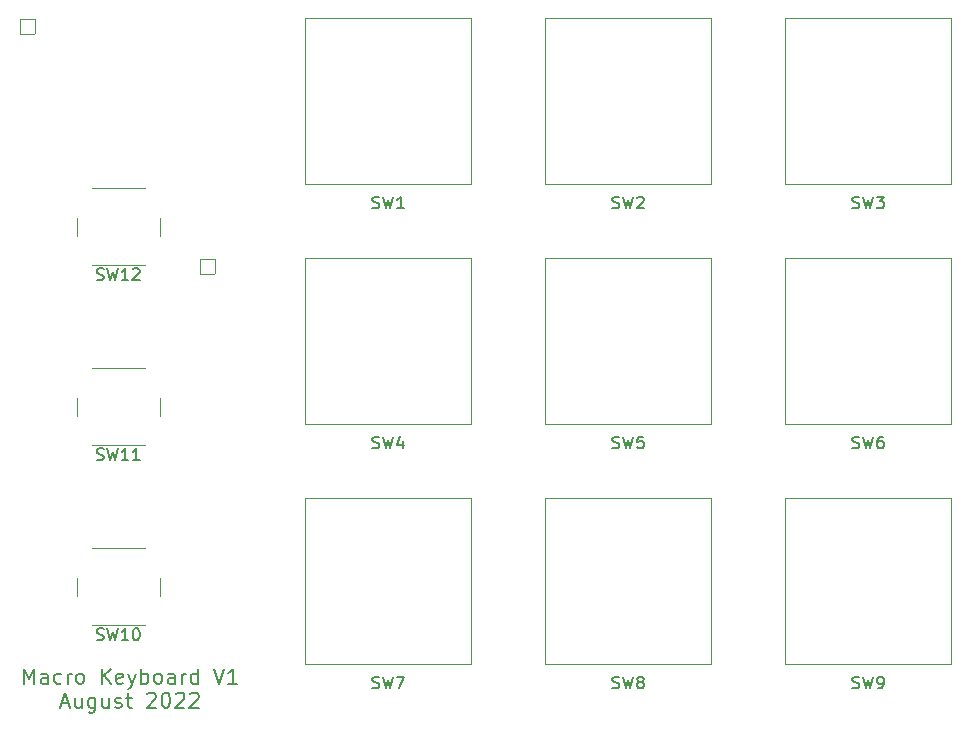
<source format=gto>
%TF.GenerationSoftware,KiCad,Pcbnew,(6.0.7-1)-1*%
%TF.CreationDate,2022-08-28T23:25:23-04:00*%
%TF.ProjectId,Macro_Keyboard,4d616372-6f5f-44b6-9579-626f6172642e,1*%
%TF.SameCoordinates,Original*%
%TF.FileFunction,Legend,Top*%
%TF.FilePolarity,Positive*%
%FSLAX46Y46*%
G04 Gerber Fmt 4.6, Leading zero omitted, Abs format (unit mm)*
G04 Created by KiCad (PCBNEW (6.0.7-1)-1) date 2022-08-28 23:25:23*
%MOMM*%
%LPD*%
G01*
G04 APERTURE LIST*
G04 Aperture macros list*
%AMRoundRect*
0 Rectangle with rounded corners*
0 $1 Rounding radius*
0 $2 $3 $4 $5 $6 $7 $8 $9 X,Y pos of 4 corners*
0 Add a 4 corners polygon primitive as box body*
4,1,4,$2,$3,$4,$5,$6,$7,$8,$9,$2,$3,0*
0 Add four circle primitives for the rounded corners*
1,1,$1+$1,$2,$3*
1,1,$1+$1,$4,$5*
1,1,$1+$1,$6,$7*
1,1,$1+$1,$8,$9*
0 Add four rect primitives between the rounded corners*
20,1,$1+$1,$2,$3,$4,$5,0*
20,1,$1+$1,$4,$5,$6,$7,0*
20,1,$1+$1,$6,$7,$8,$9,0*
20,1,$1+$1,$8,$9,$2,$3,0*%
G04 Aperture macros list end*
%ADD10C,0.150000*%
%ADD11C,0.120000*%
%ADD12C,2.700000*%
%ADD13C,1.308000*%
%ADD14C,2.100000*%
%ADD15C,1.700000*%
%ADD16C,4.000000*%
%ADD17C,2.200000*%
%ADD18C,1.690600*%
%ADD19C,2.000000*%
%ADD20C,1.473200*%
%ADD21RoundRect,0.025400X0.635000X0.635000X-0.635000X0.635000X-0.635000X-0.635000X0.635000X-0.635000X0*%
G04 APERTURE END LIST*
D10*
X42835285Y-84896173D02*
X42835285Y-83626173D01*
X43258619Y-84533316D01*
X43681952Y-83626173D01*
X43681952Y-84896173D01*
X44831000Y-84896173D02*
X44831000Y-84230935D01*
X44770523Y-84109983D01*
X44649571Y-84049507D01*
X44407666Y-84049507D01*
X44286714Y-84109983D01*
X44831000Y-84835697D02*
X44710047Y-84896173D01*
X44407666Y-84896173D01*
X44286714Y-84835697D01*
X44226238Y-84714745D01*
X44226238Y-84593792D01*
X44286714Y-84472840D01*
X44407666Y-84412364D01*
X44710047Y-84412364D01*
X44831000Y-84351888D01*
X45980047Y-84835697D02*
X45859095Y-84896173D01*
X45617190Y-84896173D01*
X45496238Y-84835697D01*
X45435761Y-84775221D01*
X45375285Y-84654269D01*
X45375285Y-84291411D01*
X45435761Y-84170459D01*
X45496238Y-84109983D01*
X45617190Y-84049507D01*
X45859095Y-84049507D01*
X45980047Y-84109983D01*
X46524333Y-84896173D02*
X46524333Y-84049507D01*
X46524333Y-84291411D02*
X46584809Y-84170459D01*
X46645285Y-84109983D01*
X46766238Y-84049507D01*
X46887190Y-84049507D01*
X47491952Y-84896173D02*
X47371000Y-84835697D01*
X47310523Y-84775221D01*
X47250047Y-84654269D01*
X47250047Y-84291411D01*
X47310523Y-84170459D01*
X47371000Y-84109983D01*
X47491952Y-84049507D01*
X47673380Y-84049507D01*
X47794333Y-84109983D01*
X47854809Y-84170459D01*
X47915285Y-84291411D01*
X47915285Y-84654269D01*
X47854809Y-84775221D01*
X47794333Y-84835697D01*
X47673380Y-84896173D01*
X47491952Y-84896173D01*
X49427190Y-84896173D02*
X49427190Y-83626173D01*
X50152904Y-84896173D02*
X49608619Y-84170459D01*
X50152904Y-83626173D02*
X49427190Y-84351888D01*
X51181000Y-84835697D02*
X51060047Y-84896173D01*
X50818142Y-84896173D01*
X50697190Y-84835697D01*
X50636714Y-84714745D01*
X50636714Y-84230935D01*
X50697190Y-84109983D01*
X50818142Y-84049507D01*
X51060047Y-84049507D01*
X51181000Y-84109983D01*
X51241476Y-84230935D01*
X51241476Y-84351888D01*
X50636714Y-84472840D01*
X51664809Y-84049507D02*
X51967190Y-84896173D01*
X52269571Y-84049507D02*
X51967190Y-84896173D01*
X51846238Y-85198554D01*
X51785761Y-85259030D01*
X51664809Y-85319507D01*
X52753380Y-84896173D02*
X52753380Y-83626173D01*
X52753380Y-84109983D02*
X52874333Y-84049507D01*
X53116238Y-84049507D01*
X53237190Y-84109983D01*
X53297666Y-84170459D01*
X53358142Y-84291411D01*
X53358142Y-84654269D01*
X53297666Y-84775221D01*
X53237190Y-84835697D01*
X53116238Y-84896173D01*
X52874333Y-84896173D01*
X52753380Y-84835697D01*
X54083857Y-84896173D02*
X53962904Y-84835697D01*
X53902428Y-84775221D01*
X53841952Y-84654269D01*
X53841952Y-84291411D01*
X53902428Y-84170459D01*
X53962904Y-84109983D01*
X54083857Y-84049507D01*
X54265285Y-84049507D01*
X54386238Y-84109983D01*
X54446714Y-84170459D01*
X54507190Y-84291411D01*
X54507190Y-84654269D01*
X54446714Y-84775221D01*
X54386238Y-84835697D01*
X54265285Y-84896173D01*
X54083857Y-84896173D01*
X55595761Y-84896173D02*
X55595761Y-84230935D01*
X55535285Y-84109983D01*
X55414333Y-84049507D01*
X55172428Y-84049507D01*
X55051476Y-84109983D01*
X55595761Y-84835697D02*
X55474809Y-84896173D01*
X55172428Y-84896173D01*
X55051476Y-84835697D01*
X54991000Y-84714745D01*
X54991000Y-84593792D01*
X55051476Y-84472840D01*
X55172428Y-84412364D01*
X55474809Y-84412364D01*
X55595761Y-84351888D01*
X56200523Y-84896173D02*
X56200523Y-84049507D01*
X56200523Y-84291411D02*
X56261000Y-84170459D01*
X56321476Y-84109983D01*
X56442428Y-84049507D01*
X56563380Y-84049507D01*
X57531000Y-84896173D02*
X57531000Y-83626173D01*
X57531000Y-84835697D02*
X57410047Y-84896173D01*
X57168142Y-84896173D01*
X57047190Y-84835697D01*
X56986714Y-84775221D01*
X56926238Y-84654269D01*
X56926238Y-84291411D01*
X56986714Y-84170459D01*
X57047190Y-84109983D01*
X57168142Y-84049507D01*
X57410047Y-84049507D01*
X57531000Y-84109983D01*
X58921952Y-83626173D02*
X59345285Y-84896173D01*
X59768619Y-83626173D01*
X60857190Y-84896173D02*
X60131476Y-84896173D01*
X60494333Y-84896173D02*
X60494333Y-83626173D01*
X60373380Y-83807602D01*
X60252428Y-83928554D01*
X60131476Y-83989030D01*
X46010285Y-86578016D02*
X46615047Y-86578016D01*
X45889333Y-86940873D02*
X46312666Y-85670873D01*
X46736000Y-86940873D01*
X47703619Y-86094207D02*
X47703619Y-86940873D01*
X47159333Y-86094207D02*
X47159333Y-86759445D01*
X47219809Y-86880397D01*
X47340761Y-86940873D01*
X47522190Y-86940873D01*
X47643142Y-86880397D01*
X47703619Y-86819921D01*
X48852666Y-86094207D02*
X48852666Y-87122302D01*
X48792190Y-87243254D01*
X48731714Y-87303730D01*
X48610761Y-87364207D01*
X48429333Y-87364207D01*
X48308380Y-87303730D01*
X48852666Y-86880397D02*
X48731714Y-86940873D01*
X48489809Y-86940873D01*
X48368857Y-86880397D01*
X48308380Y-86819921D01*
X48247904Y-86698969D01*
X48247904Y-86336111D01*
X48308380Y-86215159D01*
X48368857Y-86154683D01*
X48489809Y-86094207D01*
X48731714Y-86094207D01*
X48852666Y-86154683D01*
X50001714Y-86094207D02*
X50001714Y-86940873D01*
X49457428Y-86094207D02*
X49457428Y-86759445D01*
X49517904Y-86880397D01*
X49638857Y-86940873D01*
X49820285Y-86940873D01*
X49941238Y-86880397D01*
X50001714Y-86819921D01*
X50546000Y-86880397D02*
X50666952Y-86940873D01*
X50908857Y-86940873D01*
X51029809Y-86880397D01*
X51090285Y-86759445D01*
X51090285Y-86698969D01*
X51029809Y-86578016D01*
X50908857Y-86517540D01*
X50727428Y-86517540D01*
X50606476Y-86457064D01*
X50546000Y-86336111D01*
X50546000Y-86275635D01*
X50606476Y-86154683D01*
X50727428Y-86094207D01*
X50908857Y-86094207D01*
X51029809Y-86154683D01*
X51453142Y-86094207D02*
X51936952Y-86094207D01*
X51634571Y-85670873D02*
X51634571Y-86759445D01*
X51695047Y-86880397D01*
X51816000Y-86940873D01*
X51936952Y-86940873D01*
X53267428Y-85791826D02*
X53327904Y-85731350D01*
X53448857Y-85670873D01*
X53751238Y-85670873D01*
X53872190Y-85731350D01*
X53932666Y-85791826D01*
X53993142Y-85912778D01*
X53993142Y-86033730D01*
X53932666Y-86215159D01*
X53206952Y-86940873D01*
X53993142Y-86940873D01*
X54779333Y-85670873D02*
X54900285Y-85670873D01*
X55021238Y-85731350D01*
X55081714Y-85791826D01*
X55142190Y-85912778D01*
X55202666Y-86154683D01*
X55202666Y-86457064D01*
X55142190Y-86698969D01*
X55081714Y-86819921D01*
X55021238Y-86880397D01*
X54900285Y-86940873D01*
X54779333Y-86940873D01*
X54658380Y-86880397D01*
X54597904Y-86819921D01*
X54537428Y-86698969D01*
X54476952Y-86457064D01*
X54476952Y-86154683D01*
X54537428Y-85912778D01*
X54597904Y-85791826D01*
X54658380Y-85731350D01*
X54779333Y-85670873D01*
X55686476Y-85791826D02*
X55746952Y-85731350D01*
X55867904Y-85670873D01*
X56170285Y-85670873D01*
X56291238Y-85731350D01*
X56351714Y-85791826D01*
X56412190Y-85912778D01*
X56412190Y-86033730D01*
X56351714Y-86215159D01*
X55626000Y-86940873D01*
X56412190Y-86940873D01*
X56896000Y-85791826D02*
X56956476Y-85731350D01*
X57077428Y-85670873D01*
X57379809Y-85670873D01*
X57500761Y-85731350D01*
X57561238Y-85791826D01*
X57621714Y-85912778D01*
X57621714Y-86033730D01*
X57561238Y-86215159D01*
X56835523Y-86940873D01*
X57621714Y-86940873D01*
%TO.C,SW7*%
X72326666Y-85267261D02*
X72469523Y-85314880D01*
X72707619Y-85314880D01*
X72802857Y-85267261D01*
X72850476Y-85219642D01*
X72898095Y-85124404D01*
X72898095Y-85029166D01*
X72850476Y-84933928D01*
X72802857Y-84886309D01*
X72707619Y-84838690D01*
X72517142Y-84791071D01*
X72421904Y-84743452D01*
X72374285Y-84695833D01*
X72326666Y-84600595D01*
X72326666Y-84505357D01*
X72374285Y-84410119D01*
X72421904Y-84362500D01*
X72517142Y-84314880D01*
X72755238Y-84314880D01*
X72898095Y-84362500D01*
X73231428Y-84314880D02*
X73469523Y-85314880D01*
X73660000Y-84600595D01*
X73850476Y-85314880D01*
X74088571Y-84314880D01*
X74374285Y-84314880D02*
X75040952Y-84314880D01*
X74612380Y-85314880D01*
%TO.C,SW8*%
X92646666Y-85267261D02*
X92789523Y-85314880D01*
X93027619Y-85314880D01*
X93122857Y-85267261D01*
X93170476Y-85219642D01*
X93218095Y-85124404D01*
X93218095Y-85029166D01*
X93170476Y-84933928D01*
X93122857Y-84886309D01*
X93027619Y-84838690D01*
X92837142Y-84791071D01*
X92741904Y-84743452D01*
X92694285Y-84695833D01*
X92646666Y-84600595D01*
X92646666Y-84505357D01*
X92694285Y-84410119D01*
X92741904Y-84362500D01*
X92837142Y-84314880D01*
X93075238Y-84314880D01*
X93218095Y-84362500D01*
X93551428Y-84314880D02*
X93789523Y-85314880D01*
X93980000Y-84600595D01*
X94170476Y-85314880D01*
X94408571Y-84314880D01*
X94932380Y-84743452D02*
X94837142Y-84695833D01*
X94789523Y-84648214D01*
X94741904Y-84552976D01*
X94741904Y-84505357D01*
X94789523Y-84410119D01*
X94837142Y-84362500D01*
X94932380Y-84314880D01*
X95122857Y-84314880D01*
X95218095Y-84362500D01*
X95265714Y-84410119D01*
X95313333Y-84505357D01*
X95313333Y-84552976D01*
X95265714Y-84648214D01*
X95218095Y-84695833D01*
X95122857Y-84743452D01*
X94932380Y-84743452D01*
X94837142Y-84791071D01*
X94789523Y-84838690D01*
X94741904Y-84933928D01*
X94741904Y-85124404D01*
X94789523Y-85219642D01*
X94837142Y-85267261D01*
X94932380Y-85314880D01*
X95122857Y-85314880D01*
X95218095Y-85267261D01*
X95265714Y-85219642D01*
X95313333Y-85124404D01*
X95313333Y-84933928D01*
X95265714Y-84838690D01*
X95218095Y-84791071D01*
X95122857Y-84743452D01*
%TO.C,SW2*%
X92646666Y-44627261D02*
X92789523Y-44674880D01*
X93027619Y-44674880D01*
X93122857Y-44627261D01*
X93170476Y-44579642D01*
X93218095Y-44484404D01*
X93218095Y-44389166D01*
X93170476Y-44293928D01*
X93122857Y-44246309D01*
X93027619Y-44198690D01*
X92837142Y-44151071D01*
X92741904Y-44103452D01*
X92694285Y-44055833D01*
X92646666Y-43960595D01*
X92646666Y-43865357D01*
X92694285Y-43770119D01*
X92741904Y-43722500D01*
X92837142Y-43674880D01*
X93075238Y-43674880D01*
X93218095Y-43722500D01*
X93551428Y-43674880D02*
X93789523Y-44674880D01*
X93980000Y-43960595D01*
X94170476Y-44674880D01*
X94408571Y-43674880D01*
X94741904Y-43770119D02*
X94789523Y-43722500D01*
X94884761Y-43674880D01*
X95122857Y-43674880D01*
X95218095Y-43722500D01*
X95265714Y-43770119D01*
X95313333Y-43865357D01*
X95313333Y-43960595D01*
X95265714Y-44103452D01*
X94694285Y-44674880D01*
X95313333Y-44674880D01*
%TO.C,SW6*%
X112966666Y-64947261D02*
X113109523Y-64994880D01*
X113347619Y-64994880D01*
X113442857Y-64947261D01*
X113490476Y-64899642D01*
X113538095Y-64804404D01*
X113538095Y-64709166D01*
X113490476Y-64613928D01*
X113442857Y-64566309D01*
X113347619Y-64518690D01*
X113157142Y-64471071D01*
X113061904Y-64423452D01*
X113014285Y-64375833D01*
X112966666Y-64280595D01*
X112966666Y-64185357D01*
X113014285Y-64090119D01*
X113061904Y-64042500D01*
X113157142Y-63994880D01*
X113395238Y-63994880D01*
X113538095Y-64042500D01*
X113871428Y-63994880D02*
X114109523Y-64994880D01*
X114300000Y-64280595D01*
X114490476Y-64994880D01*
X114728571Y-63994880D01*
X115538095Y-63994880D02*
X115347619Y-63994880D01*
X115252380Y-64042500D01*
X115204761Y-64090119D01*
X115109523Y-64232976D01*
X115061904Y-64423452D01*
X115061904Y-64804404D01*
X115109523Y-64899642D01*
X115157142Y-64947261D01*
X115252380Y-64994880D01*
X115442857Y-64994880D01*
X115538095Y-64947261D01*
X115585714Y-64899642D01*
X115633333Y-64804404D01*
X115633333Y-64566309D01*
X115585714Y-64471071D01*
X115538095Y-64423452D01*
X115442857Y-64375833D01*
X115252380Y-64375833D01*
X115157142Y-64423452D01*
X115109523Y-64471071D01*
X115061904Y-64566309D01*
%TO.C,SW11*%
X48990476Y-65936761D02*
X49133333Y-65984380D01*
X49371428Y-65984380D01*
X49466666Y-65936761D01*
X49514285Y-65889142D01*
X49561904Y-65793904D01*
X49561904Y-65698666D01*
X49514285Y-65603428D01*
X49466666Y-65555809D01*
X49371428Y-65508190D01*
X49180952Y-65460571D01*
X49085714Y-65412952D01*
X49038095Y-65365333D01*
X48990476Y-65270095D01*
X48990476Y-65174857D01*
X49038095Y-65079619D01*
X49085714Y-65032000D01*
X49180952Y-64984380D01*
X49419047Y-64984380D01*
X49561904Y-65032000D01*
X49895238Y-64984380D02*
X50133333Y-65984380D01*
X50323809Y-65270095D01*
X50514285Y-65984380D01*
X50752380Y-64984380D01*
X51657142Y-65984380D02*
X51085714Y-65984380D01*
X51371428Y-65984380D02*
X51371428Y-64984380D01*
X51276190Y-65127238D01*
X51180952Y-65222476D01*
X51085714Y-65270095D01*
X52609523Y-65984380D02*
X52038095Y-65984380D01*
X52323809Y-65984380D02*
X52323809Y-64984380D01*
X52228571Y-65127238D01*
X52133333Y-65222476D01*
X52038095Y-65270095D01*
%TO.C,SW4*%
X72326666Y-64947261D02*
X72469523Y-64994880D01*
X72707619Y-64994880D01*
X72802857Y-64947261D01*
X72850476Y-64899642D01*
X72898095Y-64804404D01*
X72898095Y-64709166D01*
X72850476Y-64613928D01*
X72802857Y-64566309D01*
X72707619Y-64518690D01*
X72517142Y-64471071D01*
X72421904Y-64423452D01*
X72374285Y-64375833D01*
X72326666Y-64280595D01*
X72326666Y-64185357D01*
X72374285Y-64090119D01*
X72421904Y-64042500D01*
X72517142Y-63994880D01*
X72755238Y-63994880D01*
X72898095Y-64042500D01*
X73231428Y-63994880D02*
X73469523Y-64994880D01*
X73660000Y-64280595D01*
X73850476Y-64994880D01*
X74088571Y-63994880D01*
X74898095Y-64328214D02*
X74898095Y-64994880D01*
X74660000Y-63947261D02*
X74421904Y-64661547D01*
X75040952Y-64661547D01*
%TO.C,SW9*%
X112966666Y-85267261D02*
X113109523Y-85314880D01*
X113347619Y-85314880D01*
X113442857Y-85267261D01*
X113490476Y-85219642D01*
X113538095Y-85124404D01*
X113538095Y-85029166D01*
X113490476Y-84933928D01*
X113442857Y-84886309D01*
X113347619Y-84838690D01*
X113157142Y-84791071D01*
X113061904Y-84743452D01*
X113014285Y-84695833D01*
X112966666Y-84600595D01*
X112966666Y-84505357D01*
X113014285Y-84410119D01*
X113061904Y-84362500D01*
X113157142Y-84314880D01*
X113395238Y-84314880D01*
X113538095Y-84362500D01*
X113871428Y-84314880D02*
X114109523Y-85314880D01*
X114300000Y-84600595D01*
X114490476Y-85314880D01*
X114728571Y-84314880D01*
X115157142Y-85314880D02*
X115347619Y-85314880D01*
X115442857Y-85267261D01*
X115490476Y-85219642D01*
X115585714Y-85076785D01*
X115633333Y-84886309D01*
X115633333Y-84505357D01*
X115585714Y-84410119D01*
X115538095Y-84362500D01*
X115442857Y-84314880D01*
X115252380Y-84314880D01*
X115157142Y-84362500D01*
X115109523Y-84410119D01*
X115061904Y-84505357D01*
X115061904Y-84743452D01*
X115109523Y-84838690D01*
X115157142Y-84886309D01*
X115252380Y-84933928D01*
X115442857Y-84933928D01*
X115538095Y-84886309D01*
X115585714Y-84838690D01*
X115633333Y-84743452D01*
%TO.C,SW1*%
X72326666Y-44627261D02*
X72469523Y-44674880D01*
X72707619Y-44674880D01*
X72802857Y-44627261D01*
X72850476Y-44579642D01*
X72898095Y-44484404D01*
X72898095Y-44389166D01*
X72850476Y-44293928D01*
X72802857Y-44246309D01*
X72707619Y-44198690D01*
X72517142Y-44151071D01*
X72421904Y-44103452D01*
X72374285Y-44055833D01*
X72326666Y-43960595D01*
X72326666Y-43865357D01*
X72374285Y-43770119D01*
X72421904Y-43722500D01*
X72517142Y-43674880D01*
X72755238Y-43674880D01*
X72898095Y-43722500D01*
X73231428Y-43674880D02*
X73469523Y-44674880D01*
X73660000Y-43960595D01*
X73850476Y-44674880D01*
X74088571Y-43674880D01*
X74993333Y-44674880D02*
X74421904Y-44674880D01*
X74707619Y-44674880D02*
X74707619Y-43674880D01*
X74612380Y-43817738D01*
X74517142Y-43912976D01*
X74421904Y-43960595D01*
%TO.C,SW5*%
X92646666Y-64947261D02*
X92789523Y-64994880D01*
X93027619Y-64994880D01*
X93122857Y-64947261D01*
X93170476Y-64899642D01*
X93218095Y-64804404D01*
X93218095Y-64709166D01*
X93170476Y-64613928D01*
X93122857Y-64566309D01*
X93027619Y-64518690D01*
X92837142Y-64471071D01*
X92741904Y-64423452D01*
X92694285Y-64375833D01*
X92646666Y-64280595D01*
X92646666Y-64185357D01*
X92694285Y-64090119D01*
X92741904Y-64042500D01*
X92837142Y-63994880D01*
X93075238Y-63994880D01*
X93218095Y-64042500D01*
X93551428Y-63994880D02*
X93789523Y-64994880D01*
X93980000Y-64280595D01*
X94170476Y-64994880D01*
X94408571Y-63994880D01*
X95265714Y-63994880D02*
X94789523Y-63994880D01*
X94741904Y-64471071D01*
X94789523Y-64423452D01*
X94884761Y-64375833D01*
X95122857Y-64375833D01*
X95218095Y-64423452D01*
X95265714Y-64471071D01*
X95313333Y-64566309D01*
X95313333Y-64804404D01*
X95265714Y-64899642D01*
X95218095Y-64947261D01*
X95122857Y-64994880D01*
X94884761Y-64994880D01*
X94789523Y-64947261D01*
X94741904Y-64899642D01*
%TO.C,SW10*%
X48990476Y-81176761D02*
X49133333Y-81224380D01*
X49371428Y-81224380D01*
X49466666Y-81176761D01*
X49514285Y-81129142D01*
X49561904Y-81033904D01*
X49561904Y-80938666D01*
X49514285Y-80843428D01*
X49466666Y-80795809D01*
X49371428Y-80748190D01*
X49180952Y-80700571D01*
X49085714Y-80652952D01*
X49038095Y-80605333D01*
X48990476Y-80510095D01*
X48990476Y-80414857D01*
X49038095Y-80319619D01*
X49085714Y-80272000D01*
X49180952Y-80224380D01*
X49419047Y-80224380D01*
X49561904Y-80272000D01*
X49895238Y-80224380D02*
X50133333Y-81224380D01*
X50323809Y-80510095D01*
X50514285Y-81224380D01*
X50752380Y-80224380D01*
X51657142Y-81224380D02*
X51085714Y-81224380D01*
X51371428Y-81224380D02*
X51371428Y-80224380D01*
X51276190Y-80367238D01*
X51180952Y-80462476D01*
X51085714Y-80510095D01*
X52276190Y-80224380D02*
X52371428Y-80224380D01*
X52466666Y-80272000D01*
X52514285Y-80319619D01*
X52561904Y-80414857D01*
X52609523Y-80605333D01*
X52609523Y-80843428D01*
X52561904Y-81033904D01*
X52514285Y-81129142D01*
X52466666Y-81176761D01*
X52371428Y-81224380D01*
X52276190Y-81224380D01*
X52180952Y-81176761D01*
X52133333Y-81129142D01*
X52085714Y-81033904D01*
X52038095Y-80843428D01*
X52038095Y-80605333D01*
X52085714Y-80414857D01*
X52133333Y-80319619D01*
X52180952Y-80272000D01*
X52276190Y-80224380D01*
%TO.C,SW3*%
X112966666Y-44627261D02*
X113109523Y-44674880D01*
X113347619Y-44674880D01*
X113442857Y-44627261D01*
X113490476Y-44579642D01*
X113538095Y-44484404D01*
X113538095Y-44389166D01*
X113490476Y-44293928D01*
X113442857Y-44246309D01*
X113347619Y-44198690D01*
X113157142Y-44151071D01*
X113061904Y-44103452D01*
X113014285Y-44055833D01*
X112966666Y-43960595D01*
X112966666Y-43865357D01*
X113014285Y-43770119D01*
X113061904Y-43722500D01*
X113157142Y-43674880D01*
X113395238Y-43674880D01*
X113538095Y-43722500D01*
X113871428Y-43674880D02*
X114109523Y-44674880D01*
X114300000Y-43960595D01*
X114490476Y-44674880D01*
X114728571Y-43674880D01*
X115014285Y-43674880D02*
X115633333Y-43674880D01*
X115300000Y-44055833D01*
X115442857Y-44055833D01*
X115538095Y-44103452D01*
X115585714Y-44151071D01*
X115633333Y-44246309D01*
X115633333Y-44484404D01*
X115585714Y-44579642D01*
X115538095Y-44627261D01*
X115442857Y-44674880D01*
X115157142Y-44674880D01*
X115061904Y-44627261D01*
X115014285Y-44579642D01*
%TO.C,SW12*%
X48990476Y-50696761D02*
X49133333Y-50744380D01*
X49371428Y-50744380D01*
X49466666Y-50696761D01*
X49514285Y-50649142D01*
X49561904Y-50553904D01*
X49561904Y-50458666D01*
X49514285Y-50363428D01*
X49466666Y-50315809D01*
X49371428Y-50268190D01*
X49180952Y-50220571D01*
X49085714Y-50172952D01*
X49038095Y-50125333D01*
X48990476Y-50030095D01*
X48990476Y-49934857D01*
X49038095Y-49839619D01*
X49085714Y-49792000D01*
X49180952Y-49744380D01*
X49419047Y-49744380D01*
X49561904Y-49792000D01*
X49895238Y-49744380D02*
X50133333Y-50744380D01*
X50323809Y-50030095D01*
X50514285Y-50744380D01*
X50752380Y-49744380D01*
X51657142Y-50744380D02*
X51085714Y-50744380D01*
X51371428Y-50744380D02*
X51371428Y-49744380D01*
X51276190Y-49887238D01*
X51180952Y-49982476D01*
X51085714Y-50030095D01*
X52038095Y-49839619D02*
X52085714Y-49792000D01*
X52180952Y-49744380D01*
X52419047Y-49744380D01*
X52514285Y-49792000D01*
X52561904Y-49839619D01*
X52609523Y-49934857D01*
X52609523Y-50030095D01*
X52561904Y-50172952D01*
X51990476Y-50744380D01*
X52609523Y-50744380D01*
D11*
%TO.C,SW7*%
X66660000Y-69200000D02*
X80660000Y-69200000D01*
X80660000Y-83200000D02*
X66660000Y-83200000D01*
X66660000Y-83200000D02*
X66660000Y-69200000D01*
X80660000Y-83200000D02*
X80660000Y-69200000D01*
%TO.C,SW8*%
X100980000Y-83200000D02*
X100980000Y-69200000D01*
X86980000Y-69200000D02*
X100980000Y-69200000D01*
X100980000Y-83200000D02*
X86980000Y-83200000D01*
X86980000Y-83200000D02*
X86980000Y-69200000D01*
%TO.C,SW2*%
X100980000Y-42560000D02*
X100980000Y-28560000D01*
X100980000Y-42560000D02*
X86980000Y-42560000D01*
X86980000Y-28560000D02*
X100980000Y-28560000D01*
X86980000Y-42560000D02*
X86980000Y-28560000D01*
%TO.C,SW6*%
X107300000Y-48880000D02*
X121300000Y-48880000D01*
X121300000Y-62880000D02*
X107300000Y-62880000D01*
X121300000Y-62880000D02*
X121300000Y-48880000D01*
X107300000Y-62880000D02*
X107300000Y-48880000D01*
%TO.C,SW11*%
X53050000Y-58218000D02*
X48550000Y-58218000D01*
X54300000Y-62218000D02*
X54300000Y-60718000D01*
X48550000Y-64718000D02*
X53050000Y-64718000D01*
X47300000Y-60718000D02*
X47300000Y-62218000D01*
%TO.C,SW4*%
X66660000Y-48880000D02*
X80660000Y-48880000D01*
X80660000Y-62880000D02*
X66660000Y-62880000D01*
X66660000Y-62880000D02*
X66660000Y-48880000D01*
X80660000Y-62880000D02*
X80660000Y-48880000D01*
%TO.C,SW9*%
X107300000Y-83200000D02*
X107300000Y-69200000D01*
X107300000Y-69200000D02*
X121300000Y-69200000D01*
X121300000Y-83200000D02*
X121300000Y-69200000D01*
X121300000Y-83200000D02*
X107300000Y-83200000D01*
%TO.C,SW1*%
X80660000Y-42560000D02*
X80660000Y-28560000D01*
X66660000Y-28560000D02*
X80660000Y-28560000D01*
X80660000Y-42560000D02*
X66660000Y-42560000D01*
X66660000Y-42560000D02*
X66660000Y-28560000D01*
%TO.C,SW5*%
X86980000Y-62880000D02*
X86980000Y-48880000D01*
X100980000Y-62880000D02*
X100980000Y-48880000D01*
X100980000Y-62880000D02*
X86980000Y-62880000D01*
X86980000Y-48880000D02*
X100980000Y-48880000D01*
%TO.C,SW10*%
X47300000Y-75958000D02*
X47300000Y-77458000D01*
X54300000Y-77458000D02*
X54300000Y-75958000D01*
X48550000Y-79958000D02*
X53050000Y-79958000D01*
X53050000Y-73458000D02*
X48550000Y-73458000D01*
%TO.C,SW3*%
X121300000Y-42560000D02*
X107300000Y-42560000D01*
X107300000Y-28560000D02*
X121300000Y-28560000D01*
X121300000Y-42560000D02*
X121300000Y-28560000D01*
X107300000Y-42560000D02*
X107300000Y-28560000D01*
%TO.C,SW12*%
X54300000Y-46978000D02*
X54300000Y-45478000D01*
X47300000Y-45478000D02*
X47300000Y-46978000D01*
X48550000Y-49478000D02*
X53050000Y-49478000D01*
X53050000Y-42978000D02*
X48550000Y-42978000D01*
%TD*%
%LPC*%
D12*
%TO.C,REF\u002A\u002A*%
X124460000Y-86360000D03*
%TD*%
%TO.C,REF\u002A\u002A*%
X124460000Y-25400000D03*
%TD*%
%TO.C,REF\u002A\u002A*%
X39116000Y-25400000D03*
%TD*%
%TO.C,REF\u002A\u002A*%
X39116000Y-86360000D03*
%TD*%
D13*
%TO.C,SW13*%
X64548000Y-24892000D03*
X66548000Y-24892000D03*
X68548000Y-24892000D03*
D14*
X62398000Y-24892000D03*
X70698000Y-24892000D03*
%TD*%
D15*
%TO.C,SW7*%
X68580000Y-76200000D03*
X78740000Y-76200000D03*
D16*
X73660000Y-76200000D03*
D17*
X77470000Y-78740000D03*
X71120000Y-81280000D03*
D18*
X74930000Y-71120000D03*
X72390000Y-71120000D03*
%TD*%
D15*
%TO.C,SW8*%
X88900000Y-76200000D03*
D16*
X93980000Y-76200000D03*
D15*
X99060000Y-76200000D03*
D17*
X97790000Y-78740000D03*
X91440000Y-81280000D03*
D18*
X95250000Y-71120000D03*
X92710000Y-71120000D03*
%TD*%
D16*
%TO.C,SW2*%
X93980000Y-35560000D03*
D15*
X99060000Y-35560000D03*
X88900000Y-35560000D03*
D17*
X97790000Y-38100000D03*
X91440000Y-40640000D03*
D18*
X95250000Y-30480000D03*
X92710000Y-30480000D03*
%TD*%
D15*
%TO.C,SW6*%
X119380000Y-55880000D03*
X109220000Y-55880000D03*
D16*
X114300000Y-55880000D03*
D17*
X118110000Y-58420000D03*
X111760000Y-60960000D03*
D18*
X115570000Y-50800000D03*
X113030000Y-50800000D03*
%TD*%
D19*
%TO.C,SW11*%
X54050000Y-59218000D03*
X47550000Y-59218000D03*
X54050000Y-63718000D03*
X47550000Y-63718000D03*
%TD*%
D15*
%TO.C,SW4*%
X68580000Y-55880000D03*
X78740000Y-55880000D03*
D16*
X73660000Y-55880000D03*
D17*
X77470000Y-58420000D03*
X71120000Y-60960000D03*
D18*
X74930000Y-50800000D03*
X72390000Y-50800000D03*
%TD*%
D15*
%TO.C,SW9*%
X109220000Y-76200000D03*
X119380000Y-76200000D03*
D16*
X114300000Y-76200000D03*
D17*
X118110000Y-78740000D03*
X111760000Y-81280000D03*
D18*
X115570000Y-71120000D03*
X113030000Y-71120000D03*
%TD*%
D15*
%TO.C,SW1*%
X68580000Y-35560000D03*
X78740000Y-35560000D03*
D16*
X73660000Y-35560000D03*
D17*
X77470000Y-38100000D03*
X71120000Y-40640000D03*
D18*
X74930000Y-30480000D03*
X72390000Y-30480000D03*
%TD*%
D15*
%TO.C,SW5*%
X88900000Y-55880000D03*
X99060000Y-55880000D03*
D16*
X93980000Y-55880000D03*
D17*
X97790000Y-58420000D03*
X91440000Y-60960000D03*
D18*
X95250000Y-50800000D03*
X92710000Y-50800000D03*
%TD*%
D19*
%TO.C,SW10*%
X47550000Y-74458000D03*
X54050000Y-74458000D03*
X54050000Y-78958000D03*
X47550000Y-78958000D03*
%TD*%
D16*
%TO.C,SW3*%
X114300000Y-35560000D03*
D15*
X119380000Y-35560000D03*
X109220000Y-35560000D03*
D17*
X118110000Y-38100000D03*
X111760000Y-40640000D03*
D18*
X115570000Y-30480000D03*
X113030000Y-30480000D03*
%TD*%
D19*
%TO.C,SW12*%
X54050000Y-43978000D03*
X47550000Y-43978000D03*
X47550000Y-48478000D03*
X54050000Y-48478000D03*
%TD*%
D20*
%TO.C,U1*%
X43180000Y-26733638D03*
D21*
X43180000Y-29273638D03*
D20*
X43180000Y-31813638D03*
X43180000Y-34353638D03*
X43180000Y-36893638D03*
X43180000Y-39433638D03*
X43180000Y-41973638D03*
X43180000Y-44513638D03*
X43180000Y-47053638D03*
X43180000Y-49593638D03*
X43180000Y-52133638D03*
X58420000Y-54673638D03*
X58420000Y-52133638D03*
D21*
X58420000Y-49593638D03*
D20*
X58420000Y-47053638D03*
X58420000Y-44513638D03*
X58420000Y-41973638D03*
X58420000Y-39433638D03*
X58420000Y-36893638D03*
X58420000Y-34353638D03*
X58420000Y-31813638D03*
X58420000Y-29273638D03*
X58420000Y-26733638D03*
%TD*%
M02*

</source>
